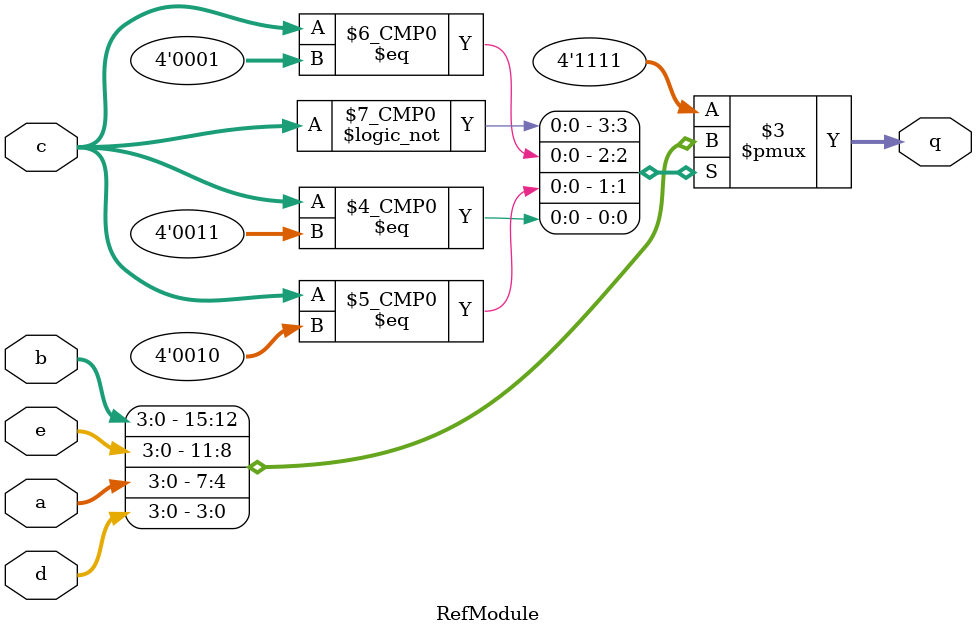
<source format=sv>

module RefModule (
  input [3:0] a,
  input [3:0] b,
  input [3:0] c,
  input [3:0] d,
  input [3:0] e,
  output reg [3:0] q
);

  always @(*)
    case (c)
      0: q = b;
      1: q = e;
      2: q = a;
      3: q = d;
      default: q = 4'hf;
    endcase

endmodule


</source>
